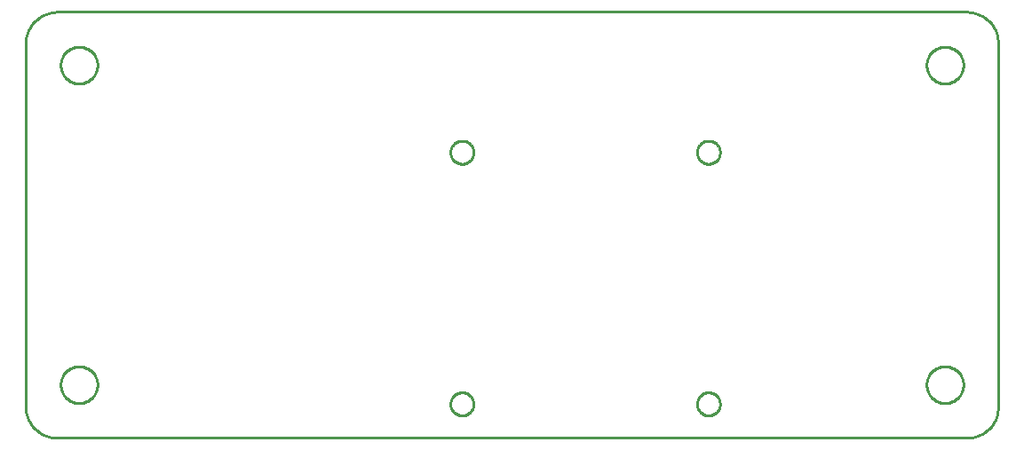
<source format=gbr>
G04 EAGLE Gerber RS-274X export*
G75*
%MOMM*%
%FSLAX34Y34*%
%LPD*%
%IN*%
%IPPOS*%
%AMOC8*
5,1,8,0,0,1.08239X$1,22.5*%
G01*
%ADD10C,0.254000*%


D10*
X0Y30000D02*
X114Y27385D01*
X456Y24791D01*
X1022Y22235D01*
X1809Y19739D01*
X2811Y17321D01*
X4019Y15000D01*
X5425Y12793D01*
X7019Y10716D01*
X8787Y8787D01*
X10716Y7019D01*
X12793Y5425D01*
X15000Y4019D01*
X17321Y2811D01*
X19739Y1809D01*
X22235Y1022D01*
X24791Y456D01*
X27385Y114D01*
X30000Y0D01*
X897100Y0D01*
X899715Y114D01*
X902309Y456D01*
X904865Y1022D01*
X907361Y1809D01*
X909779Y2811D01*
X912100Y4019D01*
X914307Y5425D01*
X916384Y7019D01*
X918313Y8787D01*
X920081Y10716D01*
X921675Y12793D01*
X923081Y15000D01*
X924289Y17321D01*
X925291Y19739D01*
X926078Y22235D01*
X926644Y24791D01*
X926986Y27385D01*
X927100Y30000D01*
X927100Y376400D01*
X926986Y379015D01*
X926644Y381609D01*
X926078Y384165D01*
X925291Y386661D01*
X924289Y389079D01*
X923081Y391400D01*
X921675Y393607D01*
X920081Y395684D01*
X918313Y397613D01*
X916384Y399381D01*
X914307Y400975D01*
X912100Y402381D01*
X909779Y403589D01*
X907361Y404591D01*
X904865Y405378D01*
X902309Y405944D01*
X899715Y406286D01*
X897100Y406400D01*
X30000Y406400D01*
X27385Y406286D01*
X24791Y405944D01*
X22235Y405378D01*
X19739Y404591D01*
X17321Y403589D01*
X15000Y402381D01*
X12793Y400975D01*
X10716Y399381D01*
X8787Y397613D01*
X7019Y395684D01*
X5425Y393607D01*
X4019Y391400D01*
X2811Y389079D01*
X1809Y386661D01*
X1022Y384165D01*
X456Y381609D01*
X114Y379015D01*
X0Y376400D01*
X0Y30000D01*
X68300Y355027D02*
X68225Y353884D01*
X68076Y352748D01*
X67852Y351624D01*
X67555Y350517D01*
X67187Y349432D01*
X66749Y348374D01*
X66242Y347346D01*
X65669Y346354D01*
X65032Y345401D01*
X64335Y344492D01*
X63579Y343631D01*
X62769Y342821D01*
X61908Y342065D01*
X60999Y341368D01*
X60046Y340731D01*
X59054Y340158D01*
X58026Y339651D01*
X56968Y339213D01*
X55883Y338845D01*
X54776Y338548D01*
X53652Y338325D01*
X52516Y338175D01*
X51373Y338100D01*
X50227Y338100D01*
X49084Y338175D01*
X47948Y338325D01*
X46824Y338548D01*
X45717Y338845D01*
X44632Y339213D01*
X43574Y339651D01*
X42546Y340158D01*
X41554Y340731D01*
X40601Y341368D01*
X39692Y342065D01*
X38831Y342821D01*
X38021Y343631D01*
X37265Y344492D01*
X36568Y345401D01*
X35931Y346354D01*
X35358Y347346D01*
X34851Y348374D01*
X34413Y349432D01*
X34045Y350517D01*
X33748Y351624D01*
X33525Y352748D01*
X33375Y353884D01*
X33300Y355027D01*
X33300Y356173D01*
X33375Y357316D01*
X33525Y358452D01*
X33748Y359576D01*
X34045Y360683D01*
X34413Y361768D01*
X34851Y362826D01*
X35358Y363854D01*
X35931Y364846D01*
X36568Y365799D01*
X37265Y366708D01*
X38021Y367569D01*
X38831Y368379D01*
X39692Y369135D01*
X40601Y369832D01*
X41554Y370469D01*
X42546Y371042D01*
X43574Y371549D01*
X44632Y371987D01*
X45717Y372355D01*
X46824Y372652D01*
X47948Y372876D01*
X49084Y373025D01*
X50227Y373100D01*
X51373Y373100D01*
X52516Y373025D01*
X53652Y372876D01*
X54776Y372652D01*
X55883Y372355D01*
X56968Y371987D01*
X58026Y371549D01*
X59054Y371042D01*
X60046Y370469D01*
X60999Y369832D01*
X61908Y369135D01*
X62769Y368379D01*
X63579Y367569D01*
X64335Y366708D01*
X65032Y365799D01*
X65669Y364846D01*
X66242Y363854D01*
X66749Y362826D01*
X67187Y361768D01*
X67555Y360683D01*
X67852Y359576D01*
X68076Y358452D01*
X68225Y357316D01*
X68300Y356173D01*
X68300Y355027D01*
X68300Y50227D02*
X68225Y49084D01*
X68076Y47948D01*
X67852Y46824D01*
X67555Y45717D01*
X67187Y44632D01*
X66749Y43574D01*
X66242Y42546D01*
X65669Y41554D01*
X65032Y40601D01*
X64335Y39692D01*
X63579Y38831D01*
X62769Y38021D01*
X61908Y37265D01*
X60999Y36568D01*
X60046Y35931D01*
X59054Y35358D01*
X58026Y34851D01*
X56968Y34413D01*
X55883Y34045D01*
X54776Y33748D01*
X53652Y33525D01*
X52516Y33375D01*
X51373Y33300D01*
X50227Y33300D01*
X49084Y33375D01*
X47948Y33525D01*
X46824Y33748D01*
X45717Y34045D01*
X44632Y34413D01*
X43574Y34851D01*
X42546Y35358D01*
X41554Y35931D01*
X40601Y36568D01*
X39692Y37265D01*
X38831Y38021D01*
X38021Y38831D01*
X37265Y39692D01*
X36568Y40601D01*
X35931Y41554D01*
X35358Y42546D01*
X34851Y43574D01*
X34413Y44632D01*
X34045Y45717D01*
X33748Y46824D01*
X33525Y47948D01*
X33375Y49084D01*
X33300Y50227D01*
X33300Y51373D01*
X33375Y52516D01*
X33525Y53652D01*
X33748Y54776D01*
X34045Y55883D01*
X34413Y56968D01*
X34851Y58026D01*
X35358Y59054D01*
X35931Y60046D01*
X36568Y60999D01*
X37265Y61908D01*
X38021Y62769D01*
X38831Y63579D01*
X39692Y64335D01*
X40601Y65032D01*
X41554Y65669D01*
X42546Y66242D01*
X43574Y66749D01*
X44632Y67187D01*
X45717Y67555D01*
X46824Y67852D01*
X47948Y68076D01*
X49084Y68225D01*
X50227Y68300D01*
X51373Y68300D01*
X52516Y68225D01*
X53652Y68076D01*
X54776Y67852D01*
X55883Y67555D01*
X56968Y67187D01*
X58026Y66749D01*
X59054Y66242D01*
X60046Y65669D01*
X60999Y65032D01*
X61908Y64335D01*
X62769Y63579D01*
X63579Y62769D01*
X64335Y61908D01*
X65032Y60999D01*
X65669Y60046D01*
X66242Y59054D01*
X66749Y58026D01*
X67187Y56968D01*
X67555Y55883D01*
X67852Y54776D01*
X68076Y53652D01*
X68225Y52516D01*
X68300Y51373D01*
X68300Y50227D01*
X893800Y50227D02*
X893725Y49084D01*
X893576Y47948D01*
X893352Y46824D01*
X893055Y45717D01*
X892687Y44632D01*
X892249Y43574D01*
X891742Y42546D01*
X891169Y41554D01*
X890532Y40601D01*
X889835Y39692D01*
X889079Y38831D01*
X888269Y38021D01*
X887408Y37265D01*
X886499Y36568D01*
X885546Y35931D01*
X884554Y35358D01*
X883526Y34851D01*
X882468Y34413D01*
X881383Y34045D01*
X880276Y33748D01*
X879152Y33525D01*
X878016Y33375D01*
X876873Y33300D01*
X875727Y33300D01*
X874584Y33375D01*
X873448Y33525D01*
X872324Y33748D01*
X871217Y34045D01*
X870132Y34413D01*
X869074Y34851D01*
X868046Y35358D01*
X867054Y35931D01*
X866101Y36568D01*
X865192Y37265D01*
X864331Y38021D01*
X863521Y38831D01*
X862765Y39692D01*
X862068Y40601D01*
X861431Y41554D01*
X860858Y42546D01*
X860351Y43574D01*
X859913Y44632D01*
X859545Y45717D01*
X859248Y46824D01*
X859025Y47948D01*
X858875Y49084D01*
X858800Y50227D01*
X858800Y51373D01*
X858875Y52516D01*
X859025Y53652D01*
X859248Y54776D01*
X859545Y55883D01*
X859913Y56968D01*
X860351Y58026D01*
X860858Y59054D01*
X861431Y60046D01*
X862068Y60999D01*
X862765Y61908D01*
X863521Y62769D01*
X864331Y63579D01*
X865192Y64335D01*
X866101Y65032D01*
X867054Y65669D01*
X868046Y66242D01*
X869074Y66749D01*
X870132Y67187D01*
X871217Y67555D01*
X872324Y67852D01*
X873448Y68076D01*
X874584Y68225D01*
X875727Y68300D01*
X876873Y68300D01*
X878016Y68225D01*
X879152Y68076D01*
X880276Y67852D01*
X881383Y67555D01*
X882468Y67187D01*
X883526Y66749D01*
X884554Y66242D01*
X885546Y65669D01*
X886499Y65032D01*
X887408Y64335D01*
X888269Y63579D01*
X889079Y62769D01*
X889835Y61908D01*
X890532Y60999D01*
X891169Y60046D01*
X891742Y59054D01*
X892249Y58026D01*
X892687Y56968D01*
X893055Y55883D01*
X893352Y54776D01*
X893576Y53652D01*
X893725Y52516D01*
X893800Y51373D01*
X893800Y50227D01*
X893800Y355027D02*
X893725Y353884D01*
X893576Y352748D01*
X893352Y351624D01*
X893055Y350517D01*
X892687Y349432D01*
X892249Y348374D01*
X891742Y347346D01*
X891169Y346354D01*
X890532Y345401D01*
X889835Y344492D01*
X889079Y343631D01*
X888269Y342821D01*
X887408Y342065D01*
X886499Y341368D01*
X885546Y340731D01*
X884554Y340158D01*
X883526Y339651D01*
X882468Y339213D01*
X881383Y338845D01*
X880276Y338548D01*
X879152Y338325D01*
X878016Y338175D01*
X876873Y338100D01*
X875727Y338100D01*
X874584Y338175D01*
X873448Y338325D01*
X872324Y338548D01*
X871217Y338845D01*
X870132Y339213D01*
X869074Y339651D01*
X868046Y340158D01*
X867054Y340731D01*
X866101Y341368D01*
X865192Y342065D01*
X864331Y342821D01*
X863521Y343631D01*
X862765Y344492D01*
X862068Y345401D01*
X861431Y346354D01*
X860858Y347346D01*
X860351Y348374D01*
X859913Y349432D01*
X859545Y350517D01*
X859248Y351624D01*
X859025Y352748D01*
X858875Y353884D01*
X858800Y355027D01*
X858800Y356173D01*
X858875Y357316D01*
X859025Y358452D01*
X859248Y359576D01*
X859545Y360683D01*
X859913Y361768D01*
X860351Y362826D01*
X860858Y363854D01*
X861431Y364846D01*
X862068Y365799D01*
X862765Y366708D01*
X863521Y367569D01*
X864331Y368379D01*
X865192Y369135D01*
X866101Y369832D01*
X867054Y370469D01*
X868046Y371042D01*
X869074Y371549D01*
X870132Y371987D01*
X871217Y372355D01*
X872324Y372652D01*
X873448Y372876D01*
X874584Y373025D01*
X875727Y373100D01*
X876873Y373100D01*
X878016Y373025D01*
X879152Y372876D01*
X880276Y372652D01*
X881383Y372355D01*
X882468Y371987D01*
X883526Y371549D01*
X884554Y371042D01*
X885546Y370469D01*
X886499Y369832D01*
X887408Y369135D01*
X888269Y368379D01*
X889079Y367569D01*
X889835Y366708D01*
X890532Y365799D01*
X891169Y364846D01*
X891742Y363854D01*
X892249Y362826D01*
X892687Y361768D01*
X893055Y360683D01*
X893352Y359576D01*
X893576Y358452D01*
X893725Y357316D01*
X893800Y356173D01*
X893800Y355027D01*
X426900Y271968D02*
X426832Y271106D01*
X426697Y270252D01*
X426495Y269412D01*
X426228Y268590D01*
X425897Y267791D01*
X425505Y267021D01*
X425053Y266284D01*
X424545Y265585D01*
X423984Y264927D01*
X423373Y264316D01*
X422715Y263755D01*
X422016Y263247D01*
X421279Y262795D01*
X420509Y262403D01*
X419710Y262072D01*
X418888Y261805D01*
X418048Y261603D01*
X417194Y261468D01*
X416332Y261400D01*
X415468Y261400D01*
X414606Y261468D01*
X413752Y261603D01*
X412912Y261805D01*
X412090Y262072D01*
X411291Y262403D01*
X410521Y262795D01*
X409784Y263247D01*
X409085Y263755D01*
X408427Y264316D01*
X407816Y264927D01*
X407255Y265585D01*
X406747Y266284D01*
X406295Y267021D01*
X405903Y267791D01*
X405572Y268590D01*
X405305Y269412D01*
X405103Y270252D01*
X404968Y271106D01*
X404900Y271968D01*
X404900Y272832D01*
X404968Y273694D01*
X405103Y274548D01*
X405305Y275388D01*
X405572Y276210D01*
X405903Y277009D01*
X406295Y277779D01*
X406747Y278516D01*
X407255Y279215D01*
X407816Y279873D01*
X408427Y280484D01*
X409085Y281045D01*
X409784Y281553D01*
X410521Y282005D01*
X411291Y282397D01*
X412090Y282728D01*
X412912Y282995D01*
X413752Y283197D01*
X414606Y283332D01*
X415468Y283400D01*
X416332Y283400D01*
X417194Y283332D01*
X418048Y283197D01*
X418888Y282995D01*
X419710Y282728D01*
X420509Y282397D01*
X421279Y282005D01*
X422016Y281553D01*
X422715Y281045D01*
X423373Y280484D01*
X423984Y279873D01*
X424545Y279215D01*
X425053Y278516D01*
X425505Y277779D01*
X425897Y277009D01*
X426228Y276210D01*
X426495Y275388D01*
X426697Y274548D01*
X426832Y273694D01*
X426900Y272832D01*
X426900Y271968D01*
X661900Y271968D02*
X661832Y271106D01*
X661697Y270252D01*
X661495Y269412D01*
X661228Y268590D01*
X660897Y267791D01*
X660505Y267021D01*
X660053Y266284D01*
X659545Y265585D01*
X658984Y264927D01*
X658373Y264316D01*
X657715Y263755D01*
X657016Y263247D01*
X656279Y262795D01*
X655509Y262403D01*
X654710Y262072D01*
X653888Y261805D01*
X653048Y261603D01*
X652194Y261468D01*
X651332Y261400D01*
X650468Y261400D01*
X649606Y261468D01*
X648752Y261603D01*
X647912Y261805D01*
X647090Y262072D01*
X646291Y262403D01*
X645521Y262795D01*
X644784Y263247D01*
X644085Y263755D01*
X643427Y264316D01*
X642816Y264927D01*
X642255Y265585D01*
X641747Y266284D01*
X641295Y267021D01*
X640903Y267791D01*
X640572Y268590D01*
X640305Y269412D01*
X640103Y270252D01*
X639968Y271106D01*
X639900Y271968D01*
X639900Y272832D01*
X639968Y273694D01*
X640103Y274548D01*
X640305Y275388D01*
X640572Y276210D01*
X640903Y277009D01*
X641295Y277779D01*
X641747Y278516D01*
X642255Y279215D01*
X642816Y279873D01*
X643427Y280484D01*
X644085Y281045D01*
X644784Y281553D01*
X645521Y282005D01*
X646291Y282397D01*
X647090Y282728D01*
X647912Y282995D01*
X648752Y283197D01*
X649606Y283332D01*
X650468Y283400D01*
X651332Y283400D01*
X652194Y283332D01*
X653048Y283197D01*
X653888Y282995D01*
X654710Y282728D01*
X655509Y282397D01*
X656279Y282005D01*
X657016Y281553D01*
X657715Y281045D01*
X658373Y280484D01*
X658984Y279873D01*
X659545Y279215D01*
X660053Y278516D01*
X660505Y277779D01*
X660897Y277009D01*
X661228Y276210D01*
X661495Y275388D01*
X661697Y274548D01*
X661832Y273694D01*
X661900Y272832D01*
X661900Y271968D01*
X661900Y31968D02*
X661832Y31106D01*
X661697Y30252D01*
X661495Y29412D01*
X661228Y28590D01*
X660897Y27791D01*
X660505Y27021D01*
X660053Y26284D01*
X659545Y25585D01*
X658984Y24927D01*
X658373Y24316D01*
X657715Y23755D01*
X657016Y23247D01*
X656279Y22795D01*
X655509Y22403D01*
X654710Y22072D01*
X653888Y21805D01*
X653048Y21603D01*
X652194Y21468D01*
X651332Y21400D01*
X650468Y21400D01*
X649606Y21468D01*
X648752Y21603D01*
X647912Y21805D01*
X647090Y22072D01*
X646291Y22403D01*
X645521Y22795D01*
X644784Y23247D01*
X644085Y23755D01*
X643427Y24316D01*
X642816Y24927D01*
X642255Y25585D01*
X641747Y26284D01*
X641295Y27021D01*
X640903Y27791D01*
X640572Y28590D01*
X640305Y29412D01*
X640103Y30252D01*
X639968Y31106D01*
X639900Y31968D01*
X639900Y32832D01*
X639968Y33694D01*
X640103Y34548D01*
X640305Y35388D01*
X640572Y36210D01*
X640903Y37009D01*
X641295Y37779D01*
X641747Y38516D01*
X642255Y39215D01*
X642816Y39873D01*
X643427Y40484D01*
X644085Y41045D01*
X644784Y41553D01*
X645521Y42005D01*
X646291Y42397D01*
X647090Y42728D01*
X647912Y42995D01*
X648752Y43197D01*
X649606Y43332D01*
X650468Y43400D01*
X651332Y43400D01*
X652194Y43332D01*
X653048Y43197D01*
X653888Y42995D01*
X654710Y42728D01*
X655509Y42397D01*
X656279Y42005D01*
X657016Y41553D01*
X657715Y41045D01*
X658373Y40484D01*
X658984Y39873D01*
X659545Y39215D01*
X660053Y38516D01*
X660505Y37779D01*
X660897Y37009D01*
X661228Y36210D01*
X661495Y35388D01*
X661697Y34548D01*
X661832Y33694D01*
X661900Y32832D01*
X661900Y31968D01*
X426900Y31968D02*
X426832Y31106D01*
X426697Y30252D01*
X426495Y29412D01*
X426228Y28590D01*
X425897Y27791D01*
X425505Y27021D01*
X425053Y26284D01*
X424545Y25585D01*
X423984Y24927D01*
X423373Y24316D01*
X422715Y23755D01*
X422016Y23247D01*
X421279Y22795D01*
X420509Y22403D01*
X419710Y22072D01*
X418888Y21805D01*
X418048Y21603D01*
X417194Y21468D01*
X416332Y21400D01*
X415468Y21400D01*
X414606Y21468D01*
X413752Y21603D01*
X412912Y21805D01*
X412090Y22072D01*
X411291Y22403D01*
X410521Y22795D01*
X409784Y23247D01*
X409085Y23755D01*
X408427Y24316D01*
X407816Y24927D01*
X407255Y25585D01*
X406747Y26284D01*
X406295Y27021D01*
X405903Y27791D01*
X405572Y28590D01*
X405305Y29412D01*
X405103Y30252D01*
X404968Y31106D01*
X404900Y31968D01*
X404900Y32832D01*
X404968Y33694D01*
X405103Y34548D01*
X405305Y35388D01*
X405572Y36210D01*
X405903Y37009D01*
X406295Y37779D01*
X406747Y38516D01*
X407255Y39215D01*
X407816Y39873D01*
X408427Y40484D01*
X409085Y41045D01*
X409784Y41553D01*
X410521Y42005D01*
X411291Y42397D01*
X412090Y42728D01*
X412912Y42995D01*
X413752Y43197D01*
X414606Y43332D01*
X415468Y43400D01*
X416332Y43400D01*
X417194Y43332D01*
X418048Y43197D01*
X418888Y42995D01*
X419710Y42728D01*
X420509Y42397D01*
X421279Y42005D01*
X422016Y41553D01*
X422715Y41045D01*
X423373Y40484D01*
X423984Y39873D01*
X424545Y39215D01*
X425053Y38516D01*
X425505Y37779D01*
X425897Y37009D01*
X426228Y36210D01*
X426495Y35388D01*
X426697Y34548D01*
X426832Y33694D01*
X426900Y32832D01*
X426900Y31968D01*
M02*

</source>
